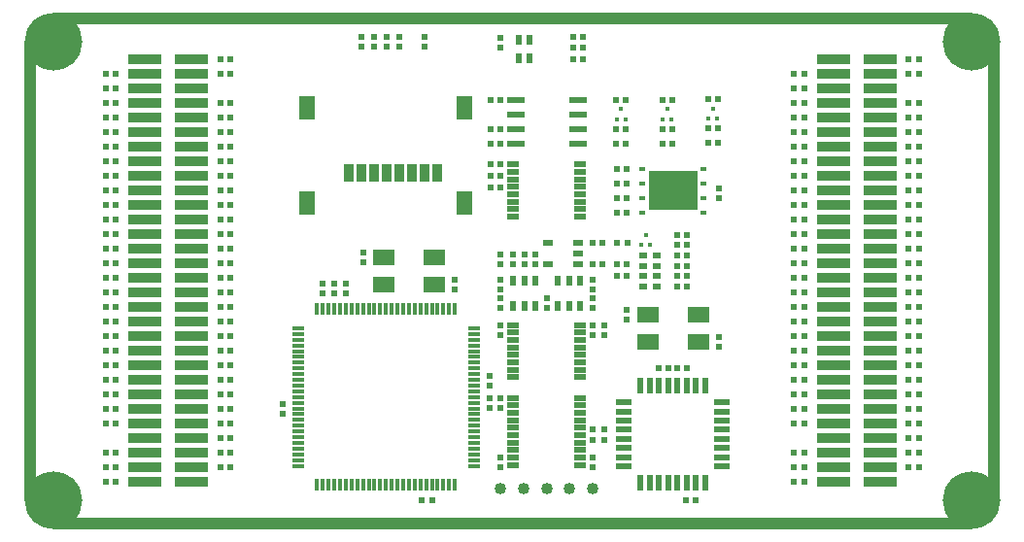
<source format=gbs>
G04*
G04 #@! TF.GenerationSoftware,Altium Limited,Altium Designer,20.0.13 (296)*
G04*
G04 Layer_Color=16711935*
%FSLAX24Y24*%
%MOIN*%
G70*
G01*
G75*
%ADD39R,0.0394X1.5748*%
%ADD43R,0.0193X0.0213*%
%ADD44R,0.0213X0.0193*%
%ADD48R,0.0323X0.0205*%
%ADD50R,0.0165X0.0165*%
%ADD51R,0.0165X0.0165*%
%ADD59R,0.0205X0.0323*%
%ADD62C,0.0295*%
%ADD63C,0.1976*%
%ADD82R,3.1500X0.0394*%
%ADD83R,3.1500X0.0394*%
%ADD84R,0.1139X0.0332*%
%ADD85R,0.0244X0.0165*%
%ADD86R,0.1661X0.1346*%
%ADD87R,0.0579X0.0795*%
%ADD88R,0.0323X0.0598*%
%ADD89R,0.0173X0.0173*%
%ADD90R,0.0173X0.0173*%
%ADD91R,0.0205X0.0244*%
%ADD92R,0.0283X0.0205*%
%ADD93C,0.0402*%
%ADD94R,0.0618X0.0244*%
%ADD95R,0.0402X0.0185*%
%ADD96R,0.0717X0.0559*%
%ADD97R,0.0520X0.0205*%
%ADD98R,0.0205X0.0520*%
%ADD99R,0.0126X0.0402*%
%ADD100R,0.0402X0.0126*%
%ADD101R,0.1106X0.0299*%
D39*
X32283Y7874D02*
D03*
X-787D02*
D03*
D43*
X15016Y11132D02*
D03*
X15354D02*
D03*
X15016Y10738D02*
D03*
X15354D02*
D03*
X19319Y12242D02*
D03*
X19657D02*
D03*
X22807Y13772D02*
D03*
X22469D02*
D03*
X22807Y12772D02*
D03*
X22469D02*
D03*
X18165Y15521D02*
D03*
X17827D02*
D03*
X18165Y15124D02*
D03*
X17827D02*
D03*
X21232Y13742D02*
D03*
X20894D02*
D03*
X21232Y12742D02*
D03*
X20894D02*
D03*
Y12242D02*
D03*
X21232D02*
D03*
X18165Y15917D02*
D03*
X17827D02*
D03*
X19657Y13742D02*
D03*
X19319D02*
D03*
X19657Y12742D02*
D03*
X19319D02*
D03*
X22469Y12272D02*
D03*
X22807D02*
D03*
X19346Y11380D02*
D03*
X19685D02*
D03*
X19346Y10880D02*
D03*
X19685D02*
D03*
X19346Y10380D02*
D03*
X19685D02*
D03*
X19346Y9880D02*
D03*
X19685D02*
D03*
X19346Y8098D02*
D03*
X19685D02*
D03*
X18504Y8098D02*
D03*
X18843D02*
D03*
X21394Y7343D02*
D03*
X21732D02*
D03*
X21394Y7697D02*
D03*
X21732D02*
D03*
X21394Y8760D02*
D03*
X21732D02*
D03*
X19346Y7705D02*
D03*
X19685D02*
D03*
X21394Y9114D02*
D03*
X21732D02*
D03*
X15016Y11526D02*
D03*
X15354D02*
D03*
X18504Y8846D02*
D03*
X18843D02*
D03*
X21394Y8406D02*
D03*
X21732D02*
D03*
X15016Y13742D02*
D03*
X15354D02*
D03*
Y12242D02*
D03*
X15016D02*
D03*
X15354Y12742D02*
D03*
X15016D02*
D03*
X21394Y8051D02*
D03*
X21732D02*
D03*
X12654Y0D02*
D03*
X12992D02*
D03*
X1799Y6124D02*
D03*
X2138D02*
D03*
X1799Y5624D02*
D03*
X2138D02*
D03*
X1799Y5124D02*
D03*
X2138D02*
D03*
X1799Y4624D02*
D03*
X2138D02*
D03*
X1799Y4124D02*
D03*
X2138D02*
D03*
X1799Y3624D02*
D03*
X2138D02*
D03*
X1799Y3124D02*
D03*
X2138D02*
D03*
X1799Y2624D02*
D03*
X2138D02*
D03*
X21102Y4528D02*
D03*
X20764D02*
D03*
X21732D02*
D03*
X21394D02*
D03*
X22047Y0D02*
D03*
X21709D02*
D03*
X29358Y1124D02*
D03*
X29697D02*
D03*
X29358Y1624D02*
D03*
X29697D02*
D03*
X29358Y2124D02*
D03*
X29697D02*
D03*
X29358Y2624D02*
D03*
X29697D02*
D03*
X29358Y3124D02*
D03*
X29697D02*
D03*
X29358Y3624D02*
D03*
X29697D02*
D03*
X29358Y4124D02*
D03*
X29697D02*
D03*
X29358Y4624D02*
D03*
X29697D02*
D03*
X29358Y5124D02*
D03*
X29697D02*
D03*
X29358Y5624D02*
D03*
X29697D02*
D03*
X29358Y6124D02*
D03*
X29697D02*
D03*
X29358Y6624D02*
D03*
X29697D02*
D03*
X29358Y7124D02*
D03*
X29697D02*
D03*
X29358Y7624D02*
D03*
X29697D02*
D03*
X29358Y8124D02*
D03*
X29697D02*
D03*
X29358Y8624D02*
D03*
X29697D02*
D03*
X29358Y9124D02*
D03*
X29697D02*
D03*
X29358Y9624D02*
D03*
X29697D02*
D03*
X29358Y10124D02*
D03*
X29697D02*
D03*
X29358Y10624D02*
D03*
X29697D02*
D03*
X29358Y11124D02*
D03*
X29697D02*
D03*
X29358Y11624D02*
D03*
X29697D02*
D03*
X29358Y12124D02*
D03*
X29697D02*
D03*
X29358Y12624D02*
D03*
X29697D02*
D03*
X29358Y13124D02*
D03*
X29697D02*
D03*
X29358Y13624D02*
D03*
X29697D02*
D03*
X29358Y14624D02*
D03*
X29697D02*
D03*
X29358Y15124D02*
D03*
X29697D02*
D03*
X25760Y624D02*
D03*
X25421D02*
D03*
X25760Y1124D02*
D03*
X25421D02*
D03*
X25760Y1624D02*
D03*
X25421D02*
D03*
X25760Y2624D02*
D03*
X25421D02*
D03*
X25760Y3124D02*
D03*
X25421D02*
D03*
X25760Y3624D02*
D03*
X25421D02*
D03*
X25760Y4124D02*
D03*
X25421D02*
D03*
X25760Y4624D02*
D03*
X25421D02*
D03*
X25760Y5124D02*
D03*
X25421D02*
D03*
X25760Y5624D02*
D03*
X25421D02*
D03*
X25760Y6124D02*
D03*
X25421D02*
D03*
X25760Y6624D02*
D03*
X25421D02*
D03*
X25760Y7124D02*
D03*
X25421D02*
D03*
X25760Y7624D02*
D03*
X25421D02*
D03*
X25760Y8124D02*
D03*
X25421D02*
D03*
X25760Y8624D02*
D03*
X25421D02*
D03*
X25760Y9124D02*
D03*
X25421D02*
D03*
X25760Y9624D02*
D03*
X25421D02*
D03*
X25760Y10124D02*
D03*
X25421D02*
D03*
X25760Y10624D02*
D03*
X25421D02*
D03*
X25760Y11124D02*
D03*
X25421D02*
D03*
X25760Y11624D02*
D03*
X25421D02*
D03*
X25760Y12124D02*
D03*
X25421D02*
D03*
X25760Y12624D02*
D03*
X25421D02*
D03*
X25760Y13124D02*
D03*
X25421D02*
D03*
X25760Y13624D02*
D03*
X25421D02*
D03*
X25760Y14124D02*
D03*
X25421D02*
D03*
X25760Y14624D02*
D03*
X25421D02*
D03*
X5736Y1124D02*
D03*
X6075D02*
D03*
X5736Y1624D02*
D03*
X6075D02*
D03*
X5736Y2124D02*
D03*
X6075D02*
D03*
X5736Y2624D02*
D03*
X6075D02*
D03*
X5736Y3124D02*
D03*
X6075D02*
D03*
X5736Y3624D02*
D03*
X6075D02*
D03*
X5736Y4124D02*
D03*
X6075D02*
D03*
X5736Y4624D02*
D03*
X6075D02*
D03*
X5736Y5124D02*
D03*
X6075D02*
D03*
X5736Y5624D02*
D03*
X6075D02*
D03*
X5736Y6124D02*
D03*
X6075D02*
D03*
X5736Y6624D02*
D03*
X6075D02*
D03*
X5736Y7124D02*
D03*
X6075D02*
D03*
X5736Y8624D02*
D03*
X6075D02*
D03*
X5736Y9124D02*
D03*
X6075D02*
D03*
X5736Y9624D02*
D03*
X6075D02*
D03*
X5736Y14624D02*
D03*
X6075D02*
D03*
X5736Y15124D02*
D03*
X6075D02*
D03*
X2138Y624D02*
D03*
X1799D02*
D03*
X2138Y1124D02*
D03*
X1799D02*
D03*
X2138Y1624D02*
D03*
X1799D02*
D03*
X2138Y6624D02*
D03*
X1799D02*
D03*
X2138Y7124D02*
D03*
X1799D02*
D03*
X2138Y7624D02*
D03*
X1799D02*
D03*
X2138Y8124D02*
D03*
X1799D02*
D03*
X2138Y8624D02*
D03*
X1799D02*
D03*
X2138Y14624D02*
D03*
X1799D02*
D03*
X2138Y14124D02*
D03*
X1799D02*
D03*
X2138Y13624D02*
D03*
X1799D02*
D03*
X2138Y13124D02*
D03*
X1799D02*
D03*
X5736Y8124D02*
D03*
X6075D02*
D03*
X5736Y7624D02*
D03*
X6075D02*
D03*
X2138Y12624D02*
D03*
X1799D02*
D03*
X2138Y12124D02*
D03*
X1799D02*
D03*
X2138Y11624D02*
D03*
X1799D02*
D03*
X2138Y11124D02*
D03*
X1799D02*
D03*
X2138Y10624D02*
D03*
X1799D02*
D03*
X2138Y10124D02*
D03*
X1799D02*
D03*
X2138Y9624D02*
D03*
X1799D02*
D03*
X2138Y9124D02*
D03*
X1799D02*
D03*
X5736Y13124D02*
D03*
X6075D02*
D03*
X5736Y12624D02*
D03*
X6075D02*
D03*
X5736Y12124D02*
D03*
X6075D02*
D03*
X5736Y11624D02*
D03*
X6075D02*
D03*
X5736Y11124D02*
D03*
X6075D02*
D03*
X5736Y10624D02*
D03*
X6075D02*
D03*
X5736Y10124D02*
D03*
X6075D02*
D03*
X5736Y13624D02*
D03*
X6075D02*
D03*
D44*
X15354Y15880D02*
D03*
Y15541D02*
D03*
X10589Y15917D02*
D03*
Y15579D02*
D03*
X11455D02*
D03*
Y15917D02*
D03*
X12754D02*
D03*
Y15579D02*
D03*
X11888Y15917D02*
D03*
Y15579D02*
D03*
X11022Y15917D02*
D03*
Y15579D02*
D03*
X22835Y10718D02*
D03*
Y10380D02*
D03*
X16535Y8098D02*
D03*
Y8437D02*
D03*
X9646Y7087D02*
D03*
Y7425D02*
D03*
X9252D02*
D03*
Y7087D02*
D03*
X7874Y2953D02*
D03*
Y3291D02*
D03*
X14961Y4276D02*
D03*
Y3937D02*
D03*
X18504Y1467D02*
D03*
Y1128D02*
D03*
X15354Y1467D02*
D03*
Y1128D02*
D03*
Y3175D02*
D03*
Y3514D02*
D03*
X14961D02*
D03*
Y3175D02*
D03*
X15354Y5675D02*
D03*
Y6014D02*
D03*
X18504D02*
D03*
Y5675D02*
D03*
X18898Y6014D02*
D03*
Y5675D02*
D03*
X19685Y6547D02*
D03*
Y6209D02*
D03*
X22835Y5602D02*
D03*
Y5264D02*
D03*
X18898Y2421D02*
D03*
Y2083D02*
D03*
X18504D02*
D03*
Y2421D02*
D03*
X16929Y6589D02*
D03*
Y6927D02*
D03*
X18504D02*
D03*
Y6589D02*
D03*
X15354Y7585D02*
D03*
Y7246D02*
D03*
X16161Y8098D02*
D03*
Y8437D02*
D03*
X18504Y7246D02*
D03*
Y7585D02*
D03*
X15354Y6589D02*
D03*
Y6927D02*
D03*
X15354Y8098D02*
D03*
Y8437D02*
D03*
X15787Y8098D02*
D03*
Y8437D02*
D03*
X10039Y7087D02*
D03*
Y7425D02*
D03*
X13780Y7232D02*
D03*
Y7571D02*
D03*
X10630Y8177D02*
D03*
Y8516D02*
D03*
D48*
X18008Y8846D02*
D03*
Y8472D02*
D03*
Y8098D02*
D03*
X16984D02*
D03*
Y8846D02*
D03*
D50*
X21063Y13419D02*
D03*
X20325Y9114D02*
D03*
D51*
X20177Y8760D02*
D03*
X20472D02*
D03*
D59*
X15973Y15185D02*
D03*
Y15815D02*
D03*
X16327D02*
D03*
Y15185D02*
D03*
X18071Y6654D02*
D03*
X17697D02*
D03*
X17323D02*
D03*
Y7520D02*
D03*
X18071D02*
D03*
X17697D02*
D03*
X16535Y6654D02*
D03*
X16161D02*
D03*
X15787D02*
D03*
Y7520D02*
D03*
X16535D02*
D03*
X16161D02*
D03*
D62*
X16523Y-787D02*
D03*
X16917D02*
D03*
X17310D02*
D03*
X17704D02*
D03*
X18098D02*
D03*
X26365D02*
D03*
X26759D02*
D03*
X27153D02*
D03*
X27546D02*
D03*
X27940D02*
D03*
X28334D02*
D03*
X28728D02*
D03*
X29121D02*
D03*
X29515D02*
D03*
X29909D02*
D03*
X30302D02*
D03*
X30696D02*
D03*
X25972D02*
D03*
X25578D02*
D03*
X25184D02*
D03*
X24791D02*
D03*
X24397D02*
D03*
X24003D02*
D03*
X23609D02*
D03*
X23216D02*
D03*
X22822D02*
D03*
X22428D02*
D03*
X22035D02*
D03*
X21641D02*
D03*
X21247D02*
D03*
X20854D02*
D03*
X20460D02*
D03*
X20066D02*
D03*
X19672D02*
D03*
X19279D02*
D03*
X18885D02*
D03*
X18491D02*
D03*
X2350D02*
D03*
X2743D02*
D03*
X3137D02*
D03*
X3531D02*
D03*
X3924D02*
D03*
X12192D02*
D03*
X12586D02*
D03*
X12980D02*
D03*
X13373D02*
D03*
X13767D02*
D03*
X14161D02*
D03*
X14554D02*
D03*
X14948D02*
D03*
X15342D02*
D03*
X15735D02*
D03*
X16129D02*
D03*
X11798D02*
D03*
X11405D02*
D03*
X11011D02*
D03*
X10617D02*
D03*
X10224D02*
D03*
X9830D02*
D03*
X9436D02*
D03*
X9043D02*
D03*
X8649D02*
D03*
X8255D02*
D03*
X7861D02*
D03*
X7468D02*
D03*
X7074D02*
D03*
X6680D02*
D03*
X6287D02*
D03*
X5893D02*
D03*
X5499D02*
D03*
X5106D02*
D03*
X4712D02*
D03*
X4318D02*
D03*
X1169D02*
D03*
X1562D02*
D03*
X1956D02*
D03*
X775D02*
D03*
X30721Y16535D02*
D03*
X29540D02*
D03*
X29934D02*
D03*
X30328D02*
D03*
X27178D02*
D03*
X26784D02*
D03*
X26391D02*
D03*
X25997D02*
D03*
X25603D02*
D03*
X25209D02*
D03*
X24816D02*
D03*
X24422D02*
D03*
X24028D02*
D03*
X23635D02*
D03*
X23241D02*
D03*
X22847D02*
D03*
X22454D02*
D03*
X22060D02*
D03*
X21666D02*
D03*
X21272D02*
D03*
X20879D02*
D03*
X20485D02*
D03*
X20091D02*
D03*
X19698D02*
D03*
X15367D02*
D03*
X15761D02*
D03*
X16154D02*
D03*
X16548D02*
D03*
X16942D02*
D03*
X17335D02*
D03*
X17729D02*
D03*
X18123D02*
D03*
X18517D02*
D03*
X18910D02*
D03*
X19304D02*
D03*
X27572D02*
D03*
X27965D02*
D03*
X28359D02*
D03*
X28753D02*
D03*
X29146D02*
D03*
X13005D02*
D03*
X12611D02*
D03*
X12217D02*
D03*
X11824D02*
D03*
X11430D02*
D03*
X11036D02*
D03*
X10643D02*
D03*
X10249D02*
D03*
X9855D02*
D03*
X9461D02*
D03*
X9068D02*
D03*
X8674D02*
D03*
X8280D02*
D03*
X7887D02*
D03*
X7493D02*
D03*
X7099D02*
D03*
X6706D02*
D03*
X6312D02*
D03*
X5918D02*
D03*
X5524D02*
D03*
X800D02*
D03*
X1194D02*
D03*
X1587D02*
D03*
X1981D02*
D03*
X2375D02*
D03*
X2768D02*
D03*
X3162D02*
D03*
X3556D02*
D03*
X3950D02*
D03*
X4343D02*
D03*
X4737D02*
D03*
X5131D02*
D03*
X13398D02*
D03*
X13792D02*
D03*
X14186D02*
D03*
X14580D02*
D03*
X14973D02*
D03*
X32283Y12992D02*
D03*
Y12598D02*
D03*
Y12205D02*
D03*
Y11811D02*
D03*
Y11417D02*
D03*
Y11024D02*
D03*
Y10630D02*
D03*
Y10236D02*
D03*
Y9843D02*
D03*
Y9449D02*
D03*
Y9055D02*
D03*
Y8661D02*
D03*
Y8268D02*
D03*
Y7874D02*
D03*
Y7480D02*
D03*
Y7087D02*
D03*
Y6693D02*
D03*
Y6299D02*
D03*
Y5906D02*
D03*
Y5512D02*
D03*
Y787D02*
D03*
Y1181D02*
D03*
Y1575D02*
D03*
Y1969D02*
D03*
Y2362D02*
D03*
Y2756D02*
D03*
Y3150D02*
D03*
Y3543D02*
D03*
Y3937D02*
D03*
Y4331D02*
D03*
Y4724D02*
D03*
Y5118D02*
D03*
Y13386D02*
D03*
Y13780D02*
D03*
Y14173D02*
D03*
Y14567D02*
D03*
Y14961D02*
D03*
X-787Y787D02*
D03*
Y1181D02*
D03*
Y1575D02*
D03*
Y1969D02*
D03*
Y2362D02*
D03*
Y10630D02*
D03*
Y11024D02*
D03*
Y11417D02*
D03*
Y11811D02*
D03*
Y12205D02*
D03*
Y12598D02*
D03*
Y12992D02*
D03*
Y13386D02*
D03*
Y13780D02*
D03*
Y14173D02*
D03*
Y14567D02*
D03*
Y14961D02*
D03*
Y10236D02*
D03*
Y9843D02*
D03*
Y9449D02*
D03*
Y9055D02*
D03*
Y8661D02*
D03*
Y8268D02*
D03*
Y7874D02*
D03*
Y7480D02*
D03*
Y7087D02*
D03*
Y6693D02*
D03*
Y6299D02*
D03*
Y5906D02*
D03*
Y5512D02*
D03*
Y5118D02*
D03*
Y4724D02*
D03*
Y4331D02*
D03*
Y3937D02*
D03*
Y3543D02*
D03*
Y3150D02*
D03*
Y2756D02*
D03*
D63*
X31496Y15748D02*
D03*
Y0D02*
D03*
X0Y15748D02*
D03*
Y0D02*
D03*
D82*
X15748Y-787D02*
D03*
D83*
X15750Y16535D02*
D03*
D84*
X28359Y15124D02*
D03*
X26759D02*
D03*
X28359Y14624D02*
D03*
X26759D02*
D03*
X28359Y14124D02*
D03*
X26759D02*
D03*
X28359Y13624D02*
D03*
X26759D02*
D03*
X28359Y13124D02*
D03*
X26759D02*
D03*
X28359Y12624D02*
D03*
X26759D02*
D03*
X28359Y12124D02*
D03*
X26759D02*
D03*
X28359Y11624D02*
D03*
X26759D02*
D03*
X28359Y11124D02*
D03*
X26759D02*
D03*
X28359Y10624D02*
D03*
X26759D02*
D03*
X28359Y10124D02*
D03*
X26759D02*
D03*
X28359Y9624D02*
D03*
X26759D02*
D03*
X28359Y9124D02*
D03*
X26759D02*
D03*
X28359Y8624D02*
D03*
X26759D02*
D03*
X28359Y8124D02*
D03*
X26759D02*
D03*
X28359Y7624D02*
D03*
X26759D02*
D03*
X28359Y7124D02*
D03*
X26759D02*
D03*
X28359Y6624D02*
D03*
X26759D02*
D03*
X28359Y6124D02*
D03*
X26759D02*
D03*
X28359Y5624D02*
D03*
X26759D02*
D03*
X28359Y5124D02*
D03*
X26759D02*
D03*
X28359Y4624D02*
D03*
X26759D02*
D03*
X28359Y4124D02*
D03*
X26759D02*
D03*
X28359Y3624D02*
D03*
X26759D02*
D03*
X28359Y3124D02*
D03*
X26759D02*
D03*
X28359Y2624D02*
D03*
X26759D02*
D03*
X28359Y2124D02*
D03*
X26759D02*
D03*
X28359Y1624D02*
D03*
X26759D02*
D03*
X28359Y1124D02*
D03*
X26759D02*
D03*
X28359Y624D02*
D03*
X26759D02*
D03*
X4737Y15124D02*
D03*
X3137D02*
D03*
X4737Y14624D02*
D03*
X3137D02*
D03*
X4737Y14124D02*
D03*
X3137D02*
D03*
X4737Y13624D02*
D03*
X3137D02*
D03*
X4737Y13124D02*
D03*
X3137D02*
D03*
X4737Y12624D02*
D03*
X3137D02*
D03*
X4737Y12124D02*
D03*
X3137D02*
D03*
X4737Y11624D02*
D03*
X3137D02*
D03*
X4737Y11124D02*
D03*
X3137D02*
D03*
X4737Y10624D02*
D03*
X3137D02*
D03*
X4737Y10124D02*
D03*
X3137D02*
D03*
X4737Y9624D02*
D03*
X3137D02*
D03*
X4737Y9124D02*
D03*
X3137D02*
D03*
X4737Y8624D02*
D03*
X3137D02*
D03*
X4737Y8124D02*
D03*
X3137D02*
D03*
X4737Y7624D02*
D03*
X3137D02*
D03*
X4737Y7124D02*
D03*
X3137D02*
D03*
X4737Y6624D02*
D03*
X3137D02*
D03*
X4737Y6124D02*
D03*
X3137D02*
D03*
X4737Y5624D02*
D03*
X3137D02*
D03*
X4737Y5124D02*
D03*
X3137D02*
D03*
X4737Y4624D02*
D03*
X3137D02*
D03*
X4737Y4124D02*
D03*
X3137D02*
D03*
X4737Y3624D02*
D03*
X3137D02*
D03*
X4737Y3124D02*
D03*
X3137D02*
D03*
X4737Y2624D02*
D03*
X3137D02*
D03*
X4737Y2124D02*
D03*
X3137D02*
D03*
X4737Y1624D02*
D03*
X3137D02*
D03*
X4737Y1124D02*
D03*
X3137D02*
D03*
X4737Y624D02*
D03*
X3137D02*
D03*
D85*
X22323Y9880D02*
D03*
Y10380D02*
D03*
Y10880D02*
D03*
Y11380D02*
D03*
X20197D02*
D03*
Y10880D02*
D03*
Y10380D02*
D03*
Y9880D02*
D03*
D86*
X21260Y10630D02*
D03*
D87*
X8711Y10197D02*
D03*
X14124D02*
D03*
Y13465D02*
D03*
X8711D02*
D03*
D88*
X13187Y11220D02*
D03*
X12754D02*
D03*
X12321D02*
D03*
X10156D02*
D03*
X10589D02*
D03*
X11022D02*
D03*
X11888D02*
D03*
X11455D02*
D03*
D89*
X20915Y13065D02*
D03*
X21211D02*
D03*
X19341D02*
D03*
X19636D02*
D03*
X22490Y13094D02*
D03*
X22785D02*
D03*
D90*
X19488Y13419D02*
D03*
X22638Y13449D02*
D03*
D91*
X19701Y8846D02*
D03*
X19346D02*
D03*
D92*
X20236Y8406D02*
D03*
Y8051D02*
D03*
Y7697D02*
D03*
Y7343D02*
D03*
X20709D02*
D03*
Y7697D02*
D03*
Y8051D02*
D03*
Y8406D02*
D03*
D93*
X18504Y394D02*
D03*
X16929D02*
D03*
X17717D02*
D03*
X15354D02*
D03*
X16142D02*
D03*
D94*
X15866Y13742D02*
D03*
Y13242D02*
D03*
Y12742D02*
D03*
Y12242D02*
D03*
X17992D02*
D03*
Y12742D02*
D03*
Y13242D02*
D03*
Y13742D02*
D03*
D95*
X18071Y11526D02*
D03*
Y9734D02*
D03*
Y9990D02*
D03*
Y10246D02*
D03*
Y10502D02*
D03*
Y11270D02*
D03*
Y11014D02*
D03*
Y10758D02*
D03*
X15787Y11526D02*
D03*
Y9734D02*
D03*
Y9990D02*
D03*
Y10246D02*
D03*
Y10502D02*
D03*
Y11270D02*
D03*
Y11014D02*
D03*
Y10758D02*
D03*
Y5246D02*
D03*
Y5502D02*
D03*
Y5758D02*
D03*
Y4990D02*
D03*
Y4734D02*
D03*
Y4478D02*
D03*
Y4222D02*
D03*
Y6014D02*
D03*
X18071Y5246D02*
D03*
Y5502D02*
D03*
Y5758D02*
D03*
Y4990D02*
D03*
Y4734D02*
D03*
Y4478D02*
D03*
Y4222D02*
D03*
Y6014D02*
D03*
Y3514D02*
D03*
X15787D02*
D03*
X18071Y1211D02*
D03*
X15787D02*
D03*
Y1467D02*
D03*
Y3258D02*
D03*
Y3002D02*
D03*
Y2746D02*
D03*
Y2490D02*
D03*
Y1722D02*
D03*
Y1978D02*
D03*
Y2234D02*
D03*
X18071Y1467D02*
D03*
Y3258D02*
D03*
Y3002D02*
D03*
Y2746D02*
D03*
Y2490D02*
D03*
Y1722D02*
D03*
Y1978D02*
D03*
Y2234D02*
D03*
D96*
X22126Y6378D02*
D03*
X20394D02*
D03*
Y5433D02*
D03*
X22126D02*
D03*
X11339Y8346D02*
D03*
X13071D02*
D03*
Y7402D02*
D03*
X11339D02*
D03*
D97*
X19587Y3366D02*
D03*
Y3051D02*
D03*
Y2736D02*
D03*
Y2421D02*
D03*
Y2106D02*
D03*
Y1791D02*
D03*
Y1476D02*
D03*
Y1161D02*
D03*
X22933D02*
D03*
Y1476D02*
D03*
Y1791D02*
D03*
Y2106D02*
D03*
Y2421D02*
D03*
Y2736D02*
D03*
Y3051D02*
D03*
Y3366D02*
D03*
D98*
X20157Y591D02*
D03*
X20472D02*
D03*
X20787D02*
D03*
X21102D02*
D03*
X21417D02*
D03*
X21732D02*
D03*
X22047D02*
D03*
X22362D02*
D03*
Y3937D02*
D03*
X22047D02*
D03*
X21732D02*
D03*
X21417D02*
D03*
X21102D02*
D03*
X20787D02*
D03*
X20472D02*
D03*
X20157D02*
D03*
D99*
X9055Y531D02*
D03*
X9252D02*
D03*
X9449D02*
D03*
X9646D02*
D03*
X9843D02*
D03*
X10039D02*
D03*
X10236D02*
D03*
X10433D02*
D03*
X10630D02*
D03*
X10827D02*
D03*
X11024D02*
D03*
X11220D02*
D03*
X11417D02*
D03*
X11614D02*
D03*
X11811D02*
D03*
X12008D02*
D03*
X12205D02*
D03*
X12402D02*
D03*
X12598D02*
D03*
X12795D02*
D03*
X12992D02*
D03*
X13189D02*
D03*
X13386D02*
D03*
X13583D02*
D03*
X13780D02*
D03*
Y6555D02*
D03*
X13583D02*
D03*
X13386D02*
D03*
X13189D02*
D03*
X12992D02*
D03*
X12795D02*
D03*
X12598D02*
D03*
X12402D02*
D03*
X12205D02*
D03*
X12008D02*
D03*
X11811D02*
D03*
X11614D02*
D03*
X11417D02*
D03*
X11220D02*
D03*
X11024D02*
D03*
X10827D02*
D03*
X10630D02*
D03*
X10433D02*
D03*
X10236D02*
D03*
X10039D02*
D03*
X9843D02*
D03*
X9646D02*
D03*
X9449D02*
D03*
X9252D02*
D03*
X9055D02*
D03*
D100*
X14429Y1181D02*
D03*
Y1378D02*
D03*
Y1575D02*
D03*
Y1772D02*
D03*
Y1969D02*
D03*
Y2165D02*
D03*
Y2362D02*
D03*
Y2559D02*
D03*
Y2756D02*
D03*
Y2953D02*
D03*
Y3150D02*
D03*
Y3346D02*
D03*
Y3543D02*
D03*
Y3740D02*
D03*
Y3937D02*
D03*
Y4134D02*
D03*
Y4331D02*
D03*
Y4528D02*
D03*
Y4724D02*
D03*
Y4921D02*
D03*
Y5118D02*
D03*
Y5315D02*
D03*
Y5512D02*
D03*
Y5709D02*
D03*
Y5906D02*
D03*
X8406D02*
D03*
Y5709D02*
D03*
Y5512D02*
D03*
Y5315D02*
D03*
Y5118D02*
D03*
Y4921D02*
D03*
Y4724D02*
D03*
Y4528D02*
D03*
Y4331D02*
D03*
Y4134D02*
D03*
Y3937D02*
D03*
Y3740D02*
D03*
Y3543D02*
D03*
Y3346D02*
D03*
Y3150D02*
D03*
Y2953D02*
D03*
Y2756D02*
D03*
Y2559D02*
D03*
Y2362D02*
D03*
Y2165D02*
D03*
Y1969D02*
D03*
Y1772D02*
D03*
Y1575D02*
D03*
Y1378D02*
D03*
Y1181D02*
D03*
D101*
X28359Y15124D02*
D03*
X26759D02*
D03*
X28359Y14624D02*
D03*
X26759D02*
D03*
X28359Y14124D02*
D03*
X26759D02*
D03*
X28359Y13624D02*
D03*
X26759D02*
D03*
X28359Y13124D02*
D03*
X26759D02*
D03*
X28359Y12624D02*
D03*
X26759D02*
D03*
X28359Y12124D02*
D03*
X26759D02*
D03*
X28359Y11624D02*
D03*
X26759D02*
D03*
X28359Y11124D02*
D03*
X26759D02*
D03*
X28359Y10624D02*
D03*
X26759D02*
D03*
X28359Y10124D02*
D03*
X26759D02*
D03*
X28359Y9624D02*
D03*
X26759D02*
D03*
X28359Y9124D02*
D03*
X26759D02*
D03*
X28359Y8624D02*
D03*
X26759D02*
D03*
X28359Y8124D02*
D03*
X26759D02*
D03*
X28359Y7624D02*
D03*
X26759D02*
D03*
X28359Y7124D02*
D03*
X26759D02*
D03*
X28359Y6624D02*
D03*
X26759D02*
D03*
X28359Y6124D02*
D03*
X26759D02*
D03*
X28359Y5624D02*
D03*
X26759D02*
D03*
X28359Y5124D02*
D03*
X26759D02*
D03*
X28359Y4624D02*
D03*
X26759D02*
D03*
X28359Y4124D02*
D03*
X26759D02*
D03*
X28359Y3624D02*
D03*
X26759D02*
D03*
X28359Y3124D02*
D03*
X26759D02*
D03*
X28359Y2624D02*
D03*
X26759D02*
D03*
X28359Y2124D02*
D03*
X26759D02*
D03*
X28359Y1624D02*
D03*
X26759D02*
D03*
X28359Y1124D02*
D03*
X26759D02*
D03*
X28359Y624D02*
D03*
X26759D02*
D03*
X4737Y15124D02*
D03*
X3137D02*
D03*
X4737Y14624D02*
D03*
X3137D02*
D03*
X4737Y14124D02*
D03*
X3137D02*
D03*
X4737Y13624D02*
D03*
X3137D02*
D03*
X4737Y13124D02*
D03*
X3137D02*
D03*
X4737Y12624D02*
D03*
X3137D02*
D03*
X4737Y12124D02*
D03*
X3137D02*
D03*
X4737Y11624D02*
D03*
X3137D02*
D03*
X4737Y11124D02*
D03*
X3137D02*
D03*
X4737Y10624D02*
D03*
X3137D02*
D03*
X4737Y10124D02*
D03*
X3137D02*
D03*
X4737Y9624D02*
D03*
X3137D02*
D03*
X4737Y9124D02*
D03*
X3137D02*
D03*
X4737Y8624D02*
D03*
X3137D02*
D03*
X4737Y8124D02*
D03*
X3137D02*
D03*
X4737Y7624D02*
D03*
X3137D02*
D03*
X4737Y7124D02*
D03*
X3137D02*
D03*
X4737Y6624D02*
D03*
X3137D02*
D03*
X4737Y6124D02*
D03*
X3137D02*
D03*
X4737Y5624D02*
D03*
X3137D02*
D03*
X4737Y5124D02*
D03*
X3137D02*
D03*
X4737Y4624D02*
D03*
X3137D02*
D03*
X4737Y4124D02*
D03*
X3137D02*
D03*
X4737Y3624D02*
D03*
X3137D02*
D03*
X4737Y3124D02*
D03*
X3137D02*
D03*
X4737Y2624D02*
D03*
X3137D02*
D03*
X4737Y2124D02*
D03*
X3137D02*
D03*
X4737Y1624D02*
D03*
X3137D02*
D03*
X4737Y1124D02*
D03*
X3137D02*
D03*
X4737Y624D02*
D03*
X3137D02*
D03*
M02*

</source>
